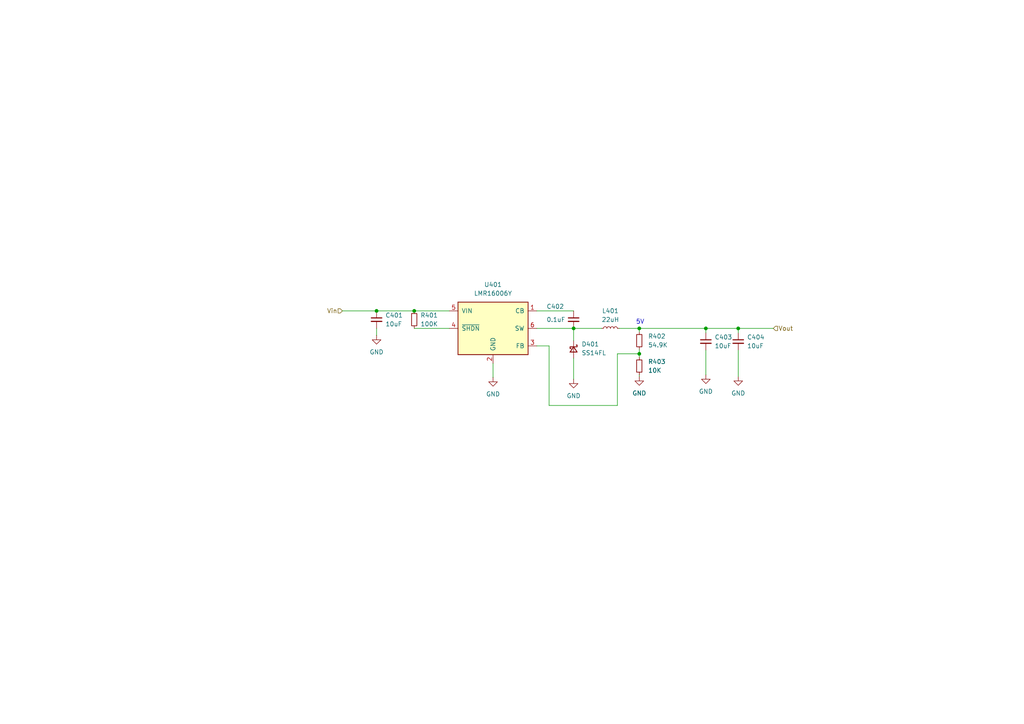
<source format=kicad_sch>
(kicad_sch (version 20250114) (generator "eeschema") (generator_version "9.0")
  (paper "A4")
  (title_block (title "DC-DC") (date "2025-04-30"))
  (lib_symbols
    (symbol "Device:C_Small" (pin_numbers (hide yes)) (pin_names (offset 0.254) (hide yes))
      (property "Reference" "C" (at 0.254 1.778 0))
      (property "Value" "C_Small" (at 0.254 -2.032 0))
      (symbol "C_Small_0_1"
        (polyline (pts (xy -1.524 0.508) (xy 1.524 0.508)) (stroke (width 0.3048)))
        (polyline (pts (xy -1.524 -0.508) (xy 1.524 -0.508)) (stroke (width 0.3302)))
      )
      (symbol "C_Small_1_1"
        (pin passive line (at 0 2.54 270) (length 2.032) (name "~") (number "1"))
        (pin passive line (at 0 -2.54 90) (length 2.032) (name "~") (number "2"))
      )
    )
    (symbol "Device:D_Schottky_Small" (pin_numbers (hide yes)) (pin_names (offset 0.254) (hide yes))
      (property "Reference" "D" (at -1.27 2.032 0))
      (property "Value" "D_Schottky_Small" (at -7.112 -2.032 0))
      (symbol "D_Schottky_Small_0_1"
        (polyline (pts (xy -1.27 0.762) (xy -1.27 1.016) (xy -0.762 1.016) (xy -0.762 -1.016) (xy -0.254 -1.016) (xy -0.254 -0.762)) (stroke (width 0.254)))
        (polyline (pts (xy -0.762 0) (xy 0.762 0)))
        (polyline (pts (xy 0.762 -1.016) (xy -0.762 0) (xy 0.762 1.016) (xy 0.762 -1.016)) (stroke (width 0.254)))
      )
      (symbol "D_Schottky_Small_1_1"
        (pin passive line (at -2.54 0 0) (length 1.778) (name "K") (number "1"))
        (pin passive line (at 2.54 0 180) (length 1.778) (name "A") (number "2"))
      )
    )
    (symbol "Device:L_Small" (pin_numbers (hide yes)) (pin_names (offset 0.254) (hide yes))
      (property "Reference" "L" (at 0.762 1.016 0))
      (property "Value" "L_Small" (at 0.762 -1.016 0))
      (symbol "L_Small_0_1"
        (arc (start 0 2.032) (mid 0.5058 1.524) (end 0 1.016))
        (arc (start 0 1.016) (mid 0.5058 0.508) (end 0 0))
        (arc (start 0 0) (mid 0.5058 -0.508) (end 0 -1.016))
        (arc (start 0 -1.016) (mid 0.5058 -1.524) (end 0 -2.032))
      )
      (symbol "L_Small_1_1"
        (pin passive line (at 0 2.54 270) (length 0.508) (name "~") (number "1"))
        (pin passive line (at 0 -2.54 90) (length 0.508) (name "~") (number "2"))
      )
    )
    (symbol "Device:R_Small" (pin_numbers (hide yes)) (pin_names (offset 0.254) (hide yes))
      (property "Reference" "R" (at 0.762 0.508 0))
      (property "Value" "R_Small" (at 0.762 -1.016 0))
      (symbol "R_Small_0_1"
        (rectangle (start -0.762 1.778) (end 0.762 -1.778) (stroke (width 0.2032)))
      )
      (symbol "R_Small_1_1"
        (pin passive line (at 0 2.54 270) (length 0.762) (name "~") (number "1"))
        (pin passive line (at 0 -2.54 90) (length 0.762) (name "~") (number "2"))
      )
    )
    (symbol "Regulator_Switching:LMR16006YQ" (pin_names (offset 1.016))
      (property "Reference" "U" (at -10.16 11.43 0))
      (property "Value" "LMR16006YQ" (at -10.16 8.89 0))
      (symbol "LMR16006YQ_0_1"
        (rectangle (start -10.16 7.62) (end 10.16 -7.62) (stroke (width 0.254)) (fill (type background)))
      )
      (symbol "LMR16006YQ_1_1"
        (pin power_in line (at -12.7 5.08 0) (length 2.54) (name "VIN") (number "5"))
        (pin input line (at -12.7 0 0) (length 2.54) (name "~{SHDN}") (number "4"))
        (pin power_in line (at 0 -10.16 90) (length 2.54) (name "GND") (number "2"))
        (pin input line (at 12.7 5.08 180) (length 2.54) (name "CB") (number "1"))
        (pin output line (at 12.7 0 180) (length 2.54) (name "SW") (number "6"))
        (pin input line (at 12.7 -5.08 180) (length 2.54) (name "FB") (number "3"))
      )
    )
    (symbol "power:GND" (power) (pin_numbers (hide yes)) (pin_names (offset 0) (hide yes))
      (property "Value" "GND" (at 0 -3.81 0))
      (symbol "GND_0_1"
        (polyline (pts (xy 0 0) (xy 0 -1.27) (xy 1.27 -1.27) (xy 0 -2.54) (xy -1.27 -1.27) (xy 0 -1.27)))
      )
      (symbol "GND_1_1"
        (pin power_in line (at 0 0 270) (length 0) (name "~") (number "1"))
      )
    )
  )
  (text "5V" (at 185.674 93.472 0) (effects (font (size 1.27 1.27))))
  (junction (at 166.37 95.25))
  (junction (at 120.142 90.17))
  (junction (at 109.22 90.17))
  (junction (at 185.42 102.616))
  (junction (at 204.724 95.25))
  (junction (at 185.42 95.25))
  (junction (at 214.122 95.25))
  (wire (pts (xy 109.22 95.25) (xy 109.22 97.282)))
  (wire (pts (xy 166.37 95.25) (xy 174.498 95.25)))
  (wire (pts (xy 166.37 98.806) (xy 166.37 95.25)))
  (wire (pts (xy 214.122 95.25) (xy 214.122 96.52)))
  (wire (pts (xy 204.724 95.25) (xy 204.724 96.52)))
  (wire (pts (xy 99.314 90.17) (xy 109.22 90.17)))
  (wire (pts (xy 185.42 95.25) (xy 185.42 96.266)))
  (wire (pts (xy 185.42 102.616) (xy 185.42 103.632)))
  (wire (pts (xy 120.142 90.17) (xy 130.302 90.17)))
  (wire (pts (xy 159.258 117.602) (xy 179.07 117.602)))
  (wire (pts (xy 179.578 95.25) (xy 185.42 95.25)))
  (wire (pts (xy 166.37 103.886) (xy 166.37 109.982)))
  (wire (pts (xy 155.702 100.33) (xy 159.258 100.33)))
  (wire (pts (xy 120.142 95.25) (xy 130.302 95.25)))
  (wire (pts (xy 159.258 100.33) (xy 159.258 117.602)))
  (wire (pts (xy 179.07 117.602) (xy 179.07 102.616)))
  (wire (pts (xy 214.122 101.6) (xy 214.122 109.22)))
  (wire (pts (xy 155.702 95.25) (xy 166.37 95.25)))
  (wire (pts (xy 185.42 108.712) (xy 185.42 109.22)))
  (wire (pts (xy 204.724 101.6) (xy 204.724 108.712)))
  (wire (pts (xy 155.702 90.17) (xy 166.37 90.17)))
  (wire (pts (xy 179.07 102.616) (xy 185.42 102.616)))
  (wire (pts (xy 185.42 101.346) (xy 185.42 102.616)))
  (wire (pts (xy 143.002 105.41) (xy 143.002 109.474)))
  (wire (pts (xy 109.22 90.17) (xy 120.142 90.17)))
  (wire (pts (xy 204.724 95.25) (xy 214.122 95.25)))
  (wire (pts (xy 185.42 95.25) (xy 204.724 95.25)))
  (wire (pts (xy 214.122 95.25) (xy 224.282 95.25)))
  (hierarchical_label "Vin" (shape input) (at 99.314 90.17 180))
  (hierarchical_label "Vout" (shape input) (at 224.282 95.25 0))
  (symbol (lib_id "Device:C_Small") (at 214.122 99.06 0) (unit 1)
    (property "Reference" "C404" (at 216.662 97.7962 0) (effects (justify left)))
    (property "Value" "10uF" (at 216.662 100.3362 0) (effects (justify left)))
    (property "Footprint" "Capacitor_SMD:C_0805_2012Metric" (effects (hide yes)))
    (property "Description" "Unpolarized capacitor, small symbol" (effects (hide yes)))
    (property "LCSC" "C440198" (effects (hide yes)))
  )
  (symbol (lib_id "power:GND") (at 143.002 109.474 0) (unit 1)
    (property "Reference" "#PWR0402" (effects (hide yes)))
    (property "Value" "GND" (at 143.002 114.3 0))
    (property "Description" "Power symbol creates a global label with name \"GND\" , ground" (effects (hide yes)))
  )
  (symbol (lib_id "power:GND") (at 109.22 97.282 0) (unit 1)
    (property "Reference" "#PWR0401" (effects (hide yes)))
    (property "Value" "GND" (at 109.22 102.108 0))
    (property "Description" "Power symbol creates a global label with name \"GND\" , ground" (effects (hide yes)))
  )
  (symbol (lib_id "Device:L_Small") (at 177.038 95.25 90) (unit 1)
    (property "Reference" "L401" (at 177.038 90.17 90))
    (property "Value" "22uH" (at 177.038 92.71 90))
    (property "Footprint" "inductor:FNR5040S220MT" (effects (hide yes)))
    (property "Description" "Inductor, small symbol" (effects (hide yes)))
    (property "LCSC" "C167971" (effects (hide yes)))
  )
  (symbol (lib_id "Device:C_Small") (at 204.724 99.06 0) (unit 1)
    (property "Reference" "C403" (at 207.264 97.7962 0) (effects (justify left)))
    (property "Value" "10uF" (at 207.264 100.3362 0) (effects (justify left)))
    (property "Footprint" "Capacitor_SMD:C_0805_2012Metric" (effects (hide yes)))
    (property "Description" "Unpolarized capacitor, small symbol" (effects (hide yes)))
    (property "LCSC" "C440198" (effects (hide yes)))
  )
  (symbol (lib_id "Device:C_Small") (at 109.22 92.71 0) (unit 1)
    (property "Reference" "C401" (at 111.76 91.4462 0) (effects (justify left)))
    (property "Value" "10uF" (at 111.76 93.9862 0) (effects (justify left)))
    (property "Footprint" "Capacitor_SMD:C_0805_2012Metric" (effects (hide yes)))
    (property "Description" "Unpolarized capacitor, small symbol" (effects (hide yes)))
    (property "LCSC" "C440198" (effects (hide yes)))
  )
  (symbol (lib_id "power:GND") (at 204.724 108.712 0) (unit 1)
    (property "Reference" "#PWR0405" (effects (hide yes)))
    (property "Value" "GND" (at 204.724 113.538 0))
    (property "Description" "Power symbol creates a global label with name \"GND\" , ground" (effects (hide yes)))
  )
  (symbol (lib_id "Device:C_Small") (at 166.37 92.71 0) (unit 1)
    (property "Reference" "C402" (at 158.496 88.9 0) (effects (justify left)))
    (property "Value" "0.1uF" (at 158.496 92.71 0) (effects (justify left)))
    (property "Footprint" "Capacitor_SMD:C_0805_2012Metric" (effects (hide yes)))
    (property "Description" "Unpolarized capacitor, small symbol" (effects (hide yes)))
    (property "LCSC" "C28233" (effects (hide yes)))
  )
  (symbol (lib_id "power:GND") (at 166.37 109.982 0) (unit 1)
    (property "Reference" "#PWR0403" (effects (hide yes)))
    (property "Value" "GND" (at 166.37 114.808 0))
    (property "Description" "Power symbol creates a global label with name \"GND\" , ground" (effects (hide yes)))
  )
  (symbol (lib_id "Device:R_Small") (at 120.142 92.71 0) (unit 1)
    (property "Reference" "R401" (at 121.92 91.4399 0) (effects (justify left)))
    (property "Value" "100K" (at 121.92 93.9799 0) (effects (justify left)))
    (property "Footprint" "Resistor_SMD:R_0603_1608Metric" (effects (hide yes)))
    (property "Description" "Resistor, small symbol" (effects (hide yes)))
    (property "LCSC" "C25803" (effects (hide yes)))
  )
  (symbol (lib_id "Device:D_Schottky_Small") (at 166.37 101.346 270) (unit 1)
    (property "Reference" "D401" (at 168.656 99.8219 90) (effects (justify left)))
    (property "Value" "SS14FL" (at 168.656 102.3619 90) (effects (justify left)))
    (property "Footprint" "Diode_SMD:D_SMA" (effects (hide yes)))
    (property "Description" "Schottky diode, small symbol" (effects (hide yes)))
    (property "LCSC" "C111580" (effects (hide yes)))
  )
  (symbol (lib_id "Regulator_Switching:LMR16006YQ") (at 143.002 95.25 0) (unit 1)
    (property "Reference" "U401" (at 143.002 82.55 0))
    (property "Value" "LMR16006Y" (at 143.002 85.09 0))
    (property "Footprint" "Package_TO_SOT_SMD:SOT-23-6" (effects (hide yes)))
    (property "Datasheet" "http://www.ti.com/lit/ds/symlink/lmr16006y-q1.pdf" (effects (hide yes)))
    (property "Description" "Simple Switcher Buck Regulator, Vin=4-40V, Iout=600mA, Adjustable output voltage, SOT-23-6 package" (effects (hide yes)))
    (property "LCSC" "C290195" (effects (hide yes)))
  )
  (symbol (lib_id "power:GND") (at 214.122 109.22 0) (unit 1)
    (property "Reference" "#PWR0406" (effects (hide yes)))
    (property "Value" "GND" (at 214.122 114.046 0))
    (property "Description" "Power symbol creates a global label with name \"GND\" , ground" (effects (hide yes)))
  )
  (symbol (lib_id "Device:R_Small") (at 185.42 106.172 0) (unit 1)
    (property "Reference" "R403" (at 187.96 104.9019 0) (effects (justify left)))
    (property "Value" "10K" (at 187.96 107.4419 0) (effects (justify left)))
    (property "Footprint" "Resistor_SMD:R_0603_1608Metric" (effects (hide yes)))
    (property "Description" "Resistor, small symbol" (effects (hide yes)))
    (property "LCSC" "C25804" (effects (hide yes)))
  )
  (symbol (lib_id "Device:R_Small") (at 185.42 98.806 0) (unit 1)
    (property "Reference" "R402" (at 187.96 97.5359 0) (effects (justify left)))
    (property "Value" "54.9K" (at 187.96 100.0759 0) (effects (justify left)))
    (property "Footprint" "Resistor_SMD:R_0603_1608Metric" (effects (hide yes)))
    (property "Description" "Resistor, small symbol" (effects (hide yes)))
    (property "LCSC" "C728593" (effects (hide yes)))
  )
  (symbol (lib_id "power:GND") (at 185.42 109.22 0) (unit 1)
    (property "Reference" "#PWR0404" (effects (hide yes)))
    (property "Value" "GND" (at 185.42 114.046 0))
    (property "Description" "Power symbol creates a global label with name \"GND\" , ground" (effects (hide yes)))
  )
)
</source>
